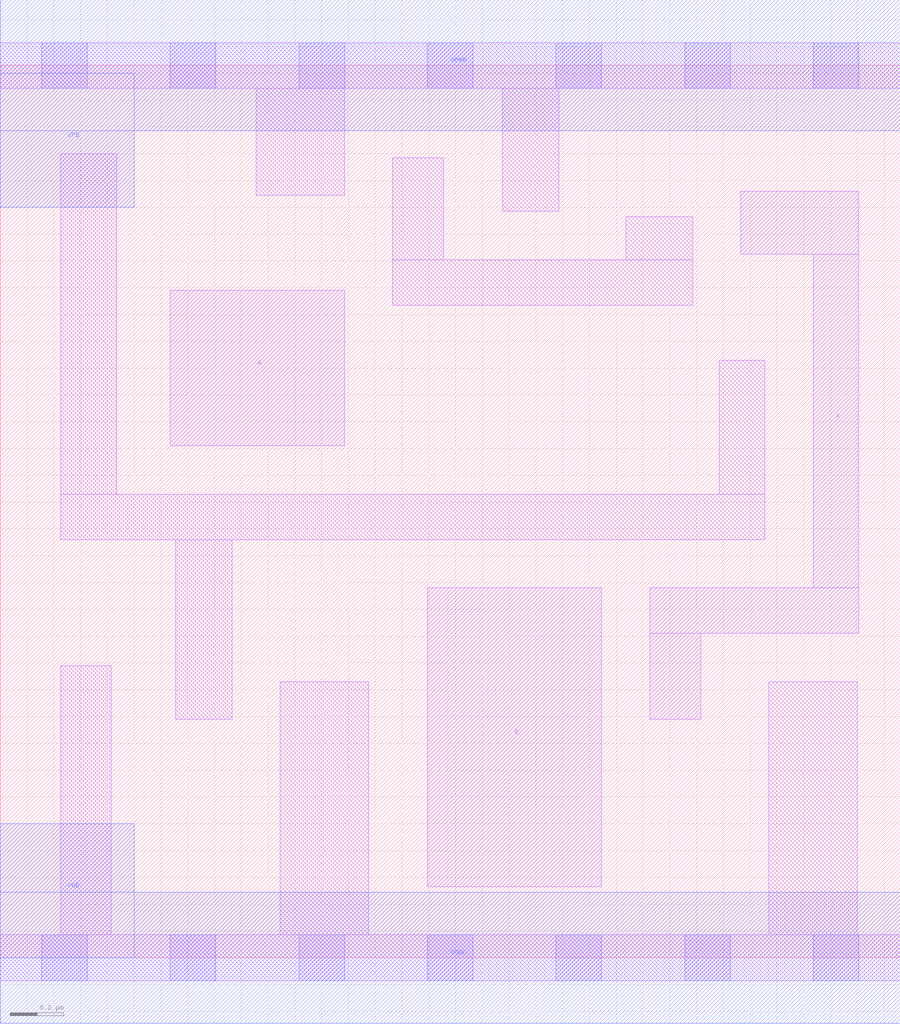
<source format=lef>
# Copyright 2020 The SkyWater PDK Authors
#
# Licensed under the Apache License, Version 2.0 (the "License");
# you may not use this file except in compliance with the License.
# You may obtain a copy of the License at
#
#     https://www.apache.org/licenses/LICENSE-2.0
#
# Unless required by applicable law or agreed to in writing, software
# distributed under the License is distributed on an "AS IS" BASIS,
# WITHOUT WARRANTIES OR CONDITIONS OF ANY KIND, either express or implied.
# See the License for the specific language governing permissions and
# limitations under the License.
#
# SPDX-License-Identifier: Apache-2.0

VERSION 5.5 ;
NAMESCASESENSITIVE ON ;
BUSBITCHARS "[]" ;
DIVIDERCHAR "/" ;
MACRO sky130_fd_sc_lp__xor2_m
  CLASS CORE ;
  SOURCE USER ;
  ORIGIN  0.000000  0.000000 ;
  SIZE  3.360000 BY  3.330000 ;
  SYMMETRY X Y R90 ;
  SITE unit ;
  PIN A
    ANTENNAGATEAREA  0.252000 ;
    DIRECTION INPUT ;
    USE SIGNAL ;
    PORT
      LAYER li1 ;
        RECT 0.635000 1.910000 1.285000 2.490000 ;
    END
  END A
  PIN B
    ANTENNAGATEAREA  0.252000 ;
    DIRECTION INPUT ;
    USE SIGNAL ;
    PORT
      LAYER li1 ;
        RECT 1.595000 0.265000 2.245000 1.380000 ;
    END
  END B
  PIN X
    ANTENNADIFFAREA  0.323400 ;
    DIRECTION OUTPUT ;
    USE SIGNAL ;
    PORT
      LAYER li1 ;
        RECT 2.425000 0.890000 2.615000 1.210000 ;
        RECT 2.425000 1.210000 3.205000 1.380000 ;
        RECT 2.765000 2.625000 3.205000 2.860000 ;
        RECT 3.035000 1.380000 3.205000 2.625000 ;
    END
  END X
  PIN VGND
    DIRECTION INOUT ;
    USE GROUND ;
    PORT
      LAYER met1 ;
        RECT 0.000000 -0.245000 3.360000 0.245000 ;
    END
  END VGND
  PIN VNB
    DIRECTION INOUT ;
    USE GROUND ;
    PORT
      LAYER met1 ;
        RECT 0.000000 0.000000 0.500000 0.500000 ;
    END
  END VNB
  PIN VPB
    DIRECTION INOUT ;
    USE POWER ;
    PORT
      LAYER met1 ;
        RECT 0.000000 2.800000 0.500000 3.300000 ;
    END
  END VPB
  PIN VPWR
    DIRECTION INOUT ;
    USE POWER ;
    PORT
      LAYER met1 ;
        RECT 0.000000 3.085000 3.360000 3.575000 ;
    END
  END VPWR
  OBS
    LAYER li1 ;
      RECT 0.000000 -0.085000 3.360000 0.085000 ;
      RECT 0.000000  3.245000 3.360000 3.415000 ;
      RECT 0.225000  0.085000 0.415000 1.090000 ;
      RECT 0.225000  1.560000 2.855000 1.730000 ;
      RECT 0.225000  1.730000 0.435000 3.000000 ;
      RECT 0.655000  0.890000 0.865000 1.560000 ;
      RECT 0.955000  2.845000 1.285000 3.245000 ;
      RECT 1.045000  0.085000 1.375000 1.030000 ;
      RECT 1.465000  2.435000 2.585000 2.605000 ;
      RECT 1.465000  2.605000 1.655000 2.985000 ;
      RECT 1.875000  2.785000 2.085000 3.245000 ;
      RECT 2.335000  2.605000 2.585000 2.765000 ;
      RECT 2.685000  1.730000 2.855000 2.230000 ;
      RECT 2.870000  0.085000 3.200000 1.030000 ;
    LAYER mcon ;
      RECT 0.155000 -0.085000 0.325000 0.085000 ;
      RECT 0.155000  3.245000 0.325000 3.415000 ;
      RECT 0.635000 -0.085000 0.805000 0.085000 ;
      RECT 0.635000  3.245000 0.805000 3.415000 ;
      RECT 1.115000 -0.085000 1.285000 0.085000 ;
      RECT 1.115000  3.245000 1.285000 3.415000 ;
      RECT 1.595000 -0.085000 1.765000 0.085000 ;
      RECT 1.595000  3.245000 1.765000 3.415000 ;
      RECT 2.075000 -0.085000 2.245000 0.085000 ;
      RECT 2.075000  3.245000 2.245000 3.415000 ;
      RECT 2.555000 -0.085000 2.725000 0.085000 ;
      RECT 2.555000  3.245000 2.725000 3.415000 ;
      RECT 3.035000 -0.085000 3.205000 0.085000 ;
      RECT 3.035000  3.245000 3.205000 3.415000 ;
  END
END sky130_fd_sc_lp__xor2_m

</source>
